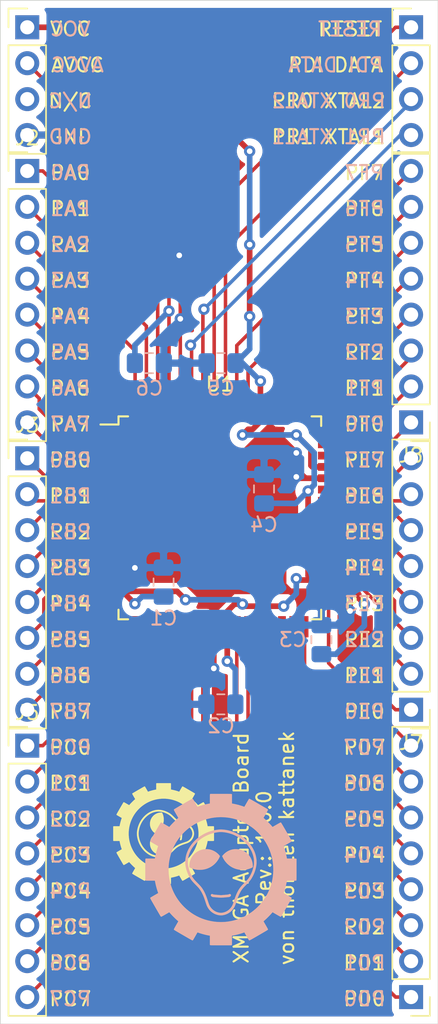
<source format=kicad_pcb>
(kicad_pcb (version 20171130) (host pcbnew 5.1.4+dfsg1-1)
  (title_block (title "XMEGA Adapter Board") (date 2020-06-24) (rev 1.0.0) (comment 1 "Erstellt von: Thorsten Kattanek"))
  (layers (0 F.Cu signal) (31 B.Cu signal hide) (34 B.Paste user hide) (35 F.Paste user hide) (36 B.SilkS user hide) (37 F.SilkS user) (38 B.Mask user hide) (39 F.Mask user) (44 Edge.Cuts user))
  (net 0 "")
  (net 1 GND)
  (net 2 PR1_XTAL1)
  (net 3 PR0_XTAL2)
  (net 4 PDI_DATA)
  (net 5 RESET)
  (net 6 AVCC)
  (net 7 VCC)
  (net 8 PA7)
  (net 9 PA6)
  (net 10 PA5)
  (net 11 PA4)
  (net 12 PA3)
  (net 13 PA2)
  (net 14 PA1)
  (net 15 PA0)
  (net 16 PB7)
  (net 17 PB6)
  (net 18 PB5)
  (net 19 PB4)
  (net 20 PB3)
  (net 21 PB2)
  (net 22 PB1)
  (net 23 PB0)
  (net 24 PC7)
  (net 25 PC6)
  (net 26 PC5)
  (net 27 PC4)
  (net 28 PC3)
  (net 29 PC2)
  (net 30 PC1)
  (net 31 PC0)
  (net 32 PD7)
  (net 33 PD6)
  (net 34 PD5)
  (net 35 PD4)
  (net 36 PD3)
  (net 37 PD2)
  (net 38 PD1)
  (net 39 PD0)
  (net 40 PE7)
  (net 41 PE6)
  (net 42 PE5)
  (net 43 PE4)
  (net 44 PE3)
  (net 45 PE2)
  (net 46 PE1)
  (net 47 PE0)
  (net 48 PF7)
  (net 49 PF6)
  (net 50 PF5)
  (net 51 PF4)
  (net 52 PF3)
  (net 53 PF2)
  (net 54 PF1)
  (net 55 PF0)
  (net 56 "Net-(J1-Pad3)")
  (module logos_tk:logo_01_10_7mm_fsilk (layer B.Cu) (at 201.676 125.984 180)
    (fp_text reference G*** hide)
    (fp_text value LOGO hide)
  )
  (module Capacitor_SMD:C_0805_2012Metric_Pad1.15x1.40mm_HandSolder (layer B.Cu) (at 204.724 99.069 90)
    (fp_text reference C4 (at -2.531 0) (layer B.SilkS) (effects (justify mirror)))
    (fp_text value 100n)
    (pad 2 smd roundrect (at 1.025 0 90) (size 1.15 1.4) (layers B.Cu B.Paste B.Mask) (roundrect_rratio 0.217391) (net 1 GND))
    (pad 1 smd roundrect (at -1.025 0 90) (size 1.15 1.4) (layers B.Cu B.Paste B.Mask) (roundrect_rratio 0.217391) (net 7 VCC))
  )
  (module Capacitor_SMD:C_0805_2012Metric_Pad1.15x1.40mm_HandSolder (layer B.Cu) (at 208.788 109.728 90)
    (fp_text reference C3 (at 0 -2.032 180) (layer B.SilkS) (effects (justify mirror)))
    (fp_text value 100n)
    (pad 2 smd roundrect (at 1.025 0 90) (size 1.15 1.4) (layers B.Cu B.Paste B.Mask) (roundrect_rratio 0.217391) (net 1 GND))
    (pad 1 smd roundrect (at -1.025 0 90) (size 1.15 1.4) (layers B.Cu B.Paste B.Mask) (roundrect_rratio 0.217391) (net 7 VCC))
  )
  (module Capacitor_SMD:C_0805_2012Metric_Pad1.15x1.40mm_HandSolder (layer B.Cu) (at 201.667 114.3 180)
    (fp_text reference C2 (at -0.009 -1.524) (layer B.SilkS) (effects (justify mirror)))
    (fp_text value 100n)
    (pad 2 smd roundrect (at 1.025 0 180) (size 1.15 1.4) (layers B.Cu B.Paste B.Mask) (roundrect_rratio 0.217391) (net 1 GND))
    (pad 1 smd roundrect (at -1.025 0 180) (size 1.15 1.4) (layers B.Cu B.Paste B.Mask) (roundrect_rratio 0.217391) (net 7 VCC))
  )
  (module Capacitor_SMD:C_0805_2012Metric_Pad1.15x1.40mm_HandSolder (layer B.Cu) (at 197.612 105.655 90)
    (fp_text reference C1 (at -2.549 0) (layer B.SilkS) (effects (justify mirror)))
    (fp_text value 100n)
    (pad 2 smd roundrect (at 1.025 0 90) (size 1.15 1.4) (layers B.Cu B.Paste B.Mask) (roundrect_rratio 0.217391) (net 1 GND))
    (pad 1 smd roundrect (at -1.025 0 90) (size 1.15 1.4) (layers B.Cu B.Paste B.Mask) (roundrect_rratio 0.217391) (net 7 VCC))
  )
  (module logos_tk:logo_01_7_1mm_fsilk (layer F.Cu) (at 197.612 123.444 90)
    (fp_text reference G*** hide)
    (fp_text value LOGO hide)
  )
  (module Capacitor_SMD:C_0805_2012Metric_Pad1.15x1.40mm_HandSolder (layer B.Cu) (at 196.605 90.17)
    (fp_text reference C6 (at 0 1.778) (layer B.SilkS) (effects (justify mirror)))
    (fp_text value 100n)
    (pad 2 smd roundrect (at 1.025 0) (size 1.15 1.4) (layers B.Cu B.Paste B.Mask) (roundrect_rratio 0.217391) (net 1 GND))
    (pad 1 smd roundrect (at -1.025 0) (size 1.15 1.4) (layers B.Cu B.Paste B.Mask) (roundrect_rratio 0.217391) (net 6 AVCC))
  )
  (module Capacitor_SMD:C_0805_2012Metric_Pad1.15x1.40mm_HandSolder (layer B.Cu) (at 201.685 90.17 180)
    (fp_text reference C5 (at 0.009 -1.778) (layer B.SilkS) (effects (justify mirror)))
    (fp_text value 100n)
    (pad 2 smd roundrect (at 1.025 0 180) (size 1.15 1.4) (layers B.Cu B.Paste B.Mask) (roundrect_rratio 0.217391) (net 1 GND))
    (pad 1 smd roundrect (at -1.025 0 180) (size 1.15 1.4) (layers B.Cu B.Paste B.Mask) (roundrect_rratio 0.217391) (net 7 VCC))
  )
  (module Connector_PinHeader_2.54mm:PinHeader_1x04_P2.54mm_Vertical (layer F.Cu) (at 215.138 66.421)
    (fp_text reference J4 hide)
    (fp_text value Conn_01x04)
    (pad 4 thru_hole oval (at 0 7.62) (size 1.7 1.7) (drill 1) (layers *.Cu *.Mask) (net 2 PR1_XTAL1))
    (pad 3 thru_hole oval (at 0 5.08) (size 1.7 1.7) (drill 1) (layers *.Cu *.Mask) (net 3 PR0_XTAL2))
    (pad 2 thru_hole oval (at 0 2.54) (size 1.7 1.7) (drill 1) (layers *.Cu *.Mask) (net 4 PDI_DATA))
    (pad 1 thru_hole rect (at 0 0) (size 1.7 1.7) (drill 1) (layers *.Cu *.Mask) (net 5 RESET))
  )
  (module Connector_PinHeader_2.54mm:PinHeader_1x04_P2.54mm_Vertical (layer F.Cu) (at 187.96 66.421)
    (fp_text reference J1 hide)
    (fp_text value Conn_01x04)
    (pad 4 thru_hole oval (at 0 7.62) (size 1.7 1.7) (drill 1) (layers *.Cu *.Mask) (net 1 GND))
    (pad 3 thru_hole oval (at 0 5.08) (size 1.7 1.7) (drill 1) (layers *.Cu *.Mask) (net 56 "Net-(J1-Pad3)"))
    (pad 2 thru_hole oval (at 0 2.54) (size 1.7 1.7) (drill 1) (layers *.Cu *.Mask) (net 6 AVCC))
    (pad 1 thru_hole rect (at 0 0) (size 1.7 1.7) (drill 1) (layers *.Cu *.Mask) (net 7 VCC))
  )
  (module Connector_PinHeader_2.54mm:PinHeader_1x08_P2.54mm_Vertical (layer F.Cu) (at 187.96 76.581)
    (fp_text reference J2 (at 0 -2.33) (layer F.SilkS))
    (fp_text value Conn_01x08)
    (pad 1 thru_hole rect (at 0 0) (size 1.7 1.7) (drill 1) (layers *.Cu *.Mask) (net 15 PA0))
    (pad 2 thru_hole oval (at 0 2.54) (size 1.7 1.7) (drill 1) (layers *.Cu *.Mask) (net 14 PA1))
    (pad 3 thru_hole oval (at 0 5.08) (size 1.7 1.7) (drill 1) (layers *.Cu *.Mask) (net 13 PA2))
    (pad 4 thru_hole oval (at 0 7.62) (size 1.7 1.7) (drill 1) (layers *.Cu *.Mask) (net 12 PA3))
    (pad 5 thru_hole oval (at 0 10.16) (size 1.7 1.7) (drill 1) (layers *.Cu *.Mask) (net 11 PA4))
    (pad 6 thru_hole oval (at 0 12.7) (size 1.7 1.7) (drill 1) (layers *.Cu *.Mask) (net 10 PA5))
    (pad 7 thru_hole oval (at 0 15.24) (size 1.7 1.7) (drill 1) (layers *.Cu *.Mask) (net 9 PA6))
    (pad 8 thru_hole oval (at 0 17.78) (size 1.7 1.7) (drill 1) (layers *.Cu *.Mask) (net 8 PA7))
  )
  (module Connector_PinHeader_2.54mm:PinHeader_1x08_P2.54mm_Vertical (layer F.Cu) (at 187.96 96.901)
    (fp_text reference J3 (at 0 -2.33) (layer F.SilkS))
    (fp_text value Conn_01x08)
    (pad 8 thru_hole oval (at 0 17.78) (size 1.7 1.7) (drill 1) (layers *.Cu *.Mask) (net 16 PB7))
    (pad 7 thru_hole oval (at 0 15.24) (size 1.7 1.7) (drill 1) (layers *.Cu *.Mask) (net 17 PB6))
    (pad 6 thru_hole oval (at 0 12.7) (size 1.7 1.7) (drill 1) (layers *.Cu *.Mask) (net 18 PB5))
    (pad 5 thru_hole oval (at 0 10.16) (size 1.7 1.7) (drill 1) (layers *.Cu *.Mask) (net 19 PB4))
    (pad 4 thru_hole oval (at 0 7.62) (size 1.7 1.7) (drill 1) (layers *.Cu *.Mask) (net 20 PB3))
    (pad 3 thru_hole oval (at 0 5.08) (size 1.7 1.7) (drill 1) (layers *.Cu *.Mask) (net 21 PB2))
    (pad 2 thru_hole oval (at 0 2.54) (size 1.7 1.7) (drill 1) (layers *.Cu *.Mask) (net 22 PB1))
    (pad 1 thru_hole rect (at 0 0) (size 1.7 1.7) (drill 1) (layers *.Cu *.Mask) (net 23 PB0))
  )
  (module Connector_PinHeader_2.54mm:PinHeader_1x08_P2.54mm_Vertical (layer F.Cu) (at 187.96 117.221)
    (fp_text reference J5 (at 0 -2.33) (layer F.SilkS))
    (fp_text value Conn_01x08)
    (pad 1 thru_hole rect (at 0 0) (size 1.7 1.7) (drill 1) (layers *.Cu *.Mask) (net 31 PC0))
    (pad 2 thru_hole oval (at 0 2.54) (size 1.7 1.7) (drill 1) (layers *.Cu *.Mask) (net 30 PC1))
    (pad 3 thru_hole oval (at 0 5.08) (size 1.7 1.7) (drill 1) (layers *.Cu *.Mask) (net 29 PC2))
    (pad 4 thru_hole oval (at 0 7.62) (size 1.7 1.7) (drill 1) (layers *.Cu *.Mask) (net 28 PC3))
    (pad 5 thru_hole oval (at 0 10.16) (size 1.7 1.7) (drill 1) (layers *.Cu *.Mask) (net 27 PC4))
    (pad 6 thru_hole oval (at 0 12.7) (size 1.7 1.7) (drill 1) (layers *.Cu *.Mask) (net 26 PC5))
    (pad 7 thru_hole oval (at 0 15.24) (size 1.7 1.7) (drill 1) (layers *.Cu *.Mask) (net 25 PC6))
    (pad 8 thru_hole oval (at 0 17.78) (size 1.7 1.7) (drill 1) (layers *.Cu *.Mask) (net 24 PC7))
  )
  (module Connector_PinHeader_2.54mm:PinHeader_1x08_P2.54mm_Vertical (layer F.Cu) (at 215.138 135.001 180)
    (fp_text reference J6 hide)
    (fp_text value Conn_01x08)
    (pad 8 thru_hole oval (at 0 17.78 180) (size 1.7 1.7) (drill 1) (layers *.Cu *.Mask) (net 32 PD7))
    (pad 7 thru_hole oval (at 0 15.24 180) (size 1.7 1.7) (drill 1) (layers *.Cu *.Mask) (net 33 PD6))
    (pad 6 thru_hole oval (at 0 12.7 180) (size 1.7 1.7) (drill 1) (layers *.Cu *.Mask) (net 34 PD5))
    (pad 5 thru_hole oval (at 0 10.16 180) (size 1.7 1.7) (drill 1) (layers *.Cu *.Mask) (net 35 PD4))
    (pad 4 thru_hole oval (at 0 7.62 180) (size 1.7 1.7) (drill 1) (layers *.Cu *.Mask) (net 36 PD3))
    (pad 3 thru_hole oval (at 0 5.08 180) (size 1.7 1.7) (drill 1) (layers *.Cu *.Mask) (net 37 PD2))
    (pad 2 thru_hole oval (at 0 2.54 180) (size 1.7 1.7) (drill 1) (layers *.Cu *.Mask) (net 38 PD1))
    (pad 1 thru_hole rect (at 0 0 180) (size 1.7 1.7) (drill 1) (layers *.Cu *.Mask) (net 39 PD0))
  )
  (module Connector_PinHeader_2.54mm:PinHeader_1x08_P2.54mm_Vertical (layer F.Cu) (at 215.138 114.681 180)
    (fp_text reference J7 (at 0 -2.33) (layer F.SilkS))
    (fp_text value Conn_01x08)
    (pad 1 thru_hole rect (at 0 0 180) (size 1.7 1.7) (drill 1) (layers *.Cu *.Mask) (net 47 PE0))
    (pad 2 thru_hole oval (at 0 2.54 180) (size 1.7 1.7) (drill 1) (layers *.Cu *.Mask) (net 46 PE1))
    (pad 3 thru_hole oval (at 0 5.08 180) (size 1.7 1.7) (drill 1) (layers *.Cu *.Mask) (net 45 PE2))
    (pad 4 thru_hole oval (at 0 7.62 180) (size 1.7 1.7) (drill 1) (layers *.Cu *.Mask) (net 44 PE3))
    (pad 5 thru_hole oval (at 0 10.16 180) (size 1.7 1.7) (drill 1) (layers *.Cu *.Mask) (net 43 PE4))
    (pad 6 thru_hole oval (at 0 12.7 180) (size 1.7 1.7) (drill 1) (layers *.Cu *.Mask) (net 42 PE5))
    (pad 7 thru_hole oval (at 0 15.24 180) (size 1.7 1.7) (drill 1) (layers *.Cu *.Mask) (net 41 PE6))
    (pad 8 thru_hole oval (at 0 17.78 180) (size 1.7 1.7) (drill 1) (layers *.Cu *.Mask) (net 40 PE7))
  )
  (module Connector_PinHeader_2.54mm:PinHeader_1x08_P2.54mm_Vertical (layer F.Cu) (at 215.138 94.361 180)
    (fp_text reference J8 (at 0 -2.33) (layer F.SilkS))
    (fp_text value Conn_01x08)
    (pad 8 thru_hole oval (at 0 17.78 180) (size 1.7 1.7) (drill 1) (layers *.Cu *.Mask) (net 48 PF7))
    (pad 7 thru_hole oval (at 0 15.24 180) (size 1.7 1.7) (drill 1) (layers *.Cu *.Mask) (net 49 PF6))
    (pad 6 thru_hole oval (at 0 12.7 180) (size 1.7 1.7) (drill 1) (layers *.Cu *.Mask) (net 50 PF5))
    (pad 5 thru_hole oval (at 0 10.16 180) (size 1.7 1.7) (drill 1) (layers *.Cu *.Mask) (net 51 PF4))
    (pad 4 thru_hole oval (at 0 7.62 180) (size 1.7 1.7) (drill 1) (layers *.Cu *.Mask) (net 52 PF3))
    (pad 3 thru_hole oval (at 0 5.08 180) (size 1.7 1.7) (drill 1) (layers *.Cu *.Mask) (net 53 PF2))
    (pad 2 thru_hole oval (at 0 2.54 180) (size 1.7 1.7) (drill 1) (layers *.Cu *.Mask) (net 54 PF1))
    (pad 1 thru_hole rect (at 0 0 180) (size 1.7 1.7) (drill 1) (layers *.Cu *.Mask) (net 55 PF0))
  )
  (module Package_QFP:TQFP-64_14x14mm_P0.8mm (layer F.Cu) (at 201.596 101.111)
    (fp_text reference U1 (at 0 -9.45) (layer F.SilkS))
    (fp_text value ATxmega256D3-AU)
    (pad 1 smd rect (at -7.7 -6) (size 1.5 0.55) (layers F.Cu F.Paste F.Mask) (net 12 PA3))
    (pad 2 smd rect (at -7.7 -5.2) (size 1.5 0.55) (layers F.Cu F.Paste F.Mask) (net 11 PA4))
    (pad 3 smd rect (at -7.7 -4.4) (size 1.5 0.55) (layers F.Cu F.Paste F.Mask) (net 10 PA5))
    (pad 4 smd rect (at -7.7 -3.6) (size 1.5 0.55) (layers F.Cu F.Paste F.Mask) (net 9 PA6))
    (pad 5 smd rect (at -7.7 -2.8) (size 1.5 0.55) (layers F.Cu F.Paste F.Mask) (net 8 PA7))
    (pad 6 smd rect (at -7.7 -2) (size 1.5 0.55) (layers F.Cu F.Paste F.Mask) (net 23 PB0))
    (pad 7 smd rect (at -7.7 -1.2) (size 1.5 0.55) (layers F.Cu F.Paste F.Mask) (net 22 PB1))
    (pad 8 smd rect (at -7.7 -0.4) (size 1.5 0.55) (layers F.Cu F.Paste F.Mask) (net 21 PB2))
    (pad 9 smd rect (at -7.7 0.4) (size 1.5 0.55) (layers F.Cu F.Paste F.Mask) (net 20 PB3))
    (pad 10 smd rect (at -7.7 1.2) (size 1.5 0.55) (layers F.Cu F.Paste F.Mask) (net 19 PB4))
    (pad 11 smd rect (at -7.7 2) (size 1.5 0.55) (layers F.Cu F.Paste F.Mask) (net 18 PB5))
    (pad 12 smd rect (at -7.7 2.8) (size 1.5 0.55) (layers F.Cu F.Paste F.Mask) (net 17 PB6))
    (pad 13 smd rect (at -7.7 3.6) (size 1.5 0.55) (layers F.Cu F.Paste F.Mask) (net 16 PB7))
    (pad 14 smd rect (at -7.7 4.4) (size 1.5 0.55) (layers F.Cu F.Paste F.Mask) (net 1 GND))
    (pad 15 smd rect (at -7.7 5.2) (size 1.5 0.55) (layers F.Cu F.Paste F.Mask) (net 7 VCC))
    (pad 16 smd rect (at -7.7 6) (size 1.5 0.55) (layers F.Cu F.Paste F.Mask) (net 31 PC0))
    (pad 17 smd rect (at -6 7.7 90) (size 1.5 0.55) (layers F.Cu F.Paste F.Mask) (net 30 PC1))
    (pad 18 smd rect (at -5.2 7.7 90) (size 1.5 0.55) (layers F.Cu F.Paste F.Mask) (net 29 PC2))
    (pad 19 smd rect (at -4.4 7.7 90) (size 1.5 0.55) (layers F.Cu F.Paste F.Mask) (net 28 PC3))
    (pad 20 smd rect (at -3.6 7.7 90) (size 1.5 0.55) (layers F.Cu F.Paste F.Mask) (net 27 PC4))
    (pad 21 smd rect (at -2.8 7.7 90) (size 1.5 0.55) (layers F.Cu F.Paste F.Mask) (net 26 PC5))
    (pad 22 smd rect (at -2 7.7 90) (size 1.5 0.55) (layers F.Cu F.Paste F.Mask) (net 25 PC6))
    (pad 23 smd rect (at -1.2 7.7 90) (size 1.5 0.55) (layers F.Cu F.Paste F.Mask) (net 24 PC7))
    (pad 24 smd rect (at -0.4 7.7 90) (size 1.5 0.55) (layers F.Cu F.Paste F.Mask) (net 1 GND))
    (pad 25 smd rect (at 0.4 7.7 90) (size 1.5 0.55) (layers F.Cu F.Paste F.Mask) (net 7 VCC))
    (pad 26 smd rect (at 1.2 7.7 90) (size 1.5 0.55) (layers F.Cu F.Paste F.Mask) (net 39 PD0))
    (pad 27 smd rect (at 2 7.7 90) (size 1.5 0.55) (layers F.Cu F.Paste F.Mask) (net 38 PD1))
    (pad 28 smd rect (at 2.8 7.7 90) (size 1.5 0.55) (layers F.Cu F.Paste F.Mask) (net 37 PD2))
    (pad 29 smd rect (at 3.6 7.7 90) (size 1.5 0.55) (layers F.Cu F.Paste F.Mask) (net 36 PD3))
    (pad 30 smd rect (at 4.4 7.7 90) (size 1.5 0.55) (layers F.Cu F.Paste F.Mask) (net 35 PD4))
    (pad 31 smd rect (at 5.2 7.7 90) (size 1.5 0.55) (layers F.Cu F.Paste F.Mask) (net 34 PD5))
    (pad 32 smd rect (at 6 7.7 90) (size 1.5 0.55) (layers F.Cu F.Paste F.Mask) (net 33 PD6))
    (pad 33 smd rect (at 7.7 6) (size 1.5 0.55) (layers F.Cu F.Paste F.Mask) (net 32 PD7))
    (pad 34 smd rect (at 7.7 5.2) (size 1.5 0.55) (layers F.Cu F.Paste F.Mask) (net 1 GND))
    (pad 35 smd rect (at 7.7 4.4) (size 1.5 0.55) (layers F.Cu F.Paste F.Mask) (net 7 VCC))
    (pad 36 smd rect (at 7.7 3.6) (size 1.5 0.55) (layers F.Cu F.Paste F.Mask) (net 47 PE0))
    (pad 37 smd rect (at 7.7 2.8) (size 1.5 0.55) (layers F.Cu F.Paste F.Mask) (net 46 PE1))
    (pad 38 smd rect (at 7.7 2) (size 1.5 0.55) (layers F.Cu F.Paste F.Mask) (net 45 PE2))
    (pad 39 smd rect (at 7.7 1.2) (size 1.5 0.55) (layers F.Cu F.Paste F.Mask) (net 44 PE3))
    (pad 40 smd rect (at 7.7 0.4) (size 1.5 0.55) (layers F.Cu F.Paste F.Mask) (net 43 PE4))
    (pad 41 smd rect (at 7.7 -0.4) (size 1.5 0.55) (layers F.Cu F.Paste F.Mask) (net 42 PE5))
    (pad 42 smd rect (at 7.7 -1.2) (size 1.5 0.55) (layers F.Cu F.Paste F.Mask) (net 41 PE6))
    (pad 43 smd rect (at 7.7 -2) (size 1.5 0.55) (layers F.Cu F.Paste F.Mask) (net 40 PE7))
    (pad 44 smd rect (at 7.7 -2.8) (size 1.5 0.55) (layers F.Cu F.Paste F.Mask) (net 1 GND))
    (pad 45 smd rect (at 7.7 -3.6) (size 1.5 0.55) (layers F.Cu F.Paste F.Mask) (net 7 VCC))
    (pad 46 smd rect (at 7.7 -4.4) (size 1.5 0.55) (layers F.Cu F.Paste F.Mask) (net 55 PF0))
    (pad 47 smd rect (at 7.7 -5.2) (size 1.5 0.55) (layers F.Cu F.Paste F.Mask) (net 54 PF1))
    (pad 48 smd rect (at 7.7 -6) (size 1.5 0.55) (layers F.Cu F.Paste F.Mask) (net 53 PF2))
    (pad 49 smd rect (at 6 -7.7 90) (size 1.5 0.55) (layers F.Cu F.Paste F.Mask) (net 52 PF3))
    (pad 50 smd rect (at 5.2 -7.7 90) (size 1.5 0.55) (layers F.Cu F.Paste F.Mask) (net 51 PF4))
    (pad 51 smd rect (at 4.4 -7.7 90) (size 1.5 0.55) (layers F.Cu F.Paste F.Mask) (net 50 PF5))
    (pad 52 smd rect (at 3.6 -7.7 90) (size 1.5 0.55) (layers F.Cu F.Paste F.Mask) (net 1 GND))
    (pad 53 smd rect (at 2.8 -7.7 90) (size 1.5 0.55) (layers F.Cu F.Paste F.Mask) (net 7 VCC))
    (pad 54 smd rect (at 2 -7.7 90) (size 1.5 0.55) (layers F.Cu F.Paste F.Mask) (net 49 PF6))
    (pad 55 smd rect (at 1.2 -7.7 90) (size 1.5 0.55) (layers F.Cu F.Paste F.Mask) (net 48 PF7))
    (pad 56 smd rect (at 0.4 -7.7 90) (size 1.5 0.55) (layers F.Cu F.Paste F.Mask) (net 4 PDI_DATA))
    (pad 57 smd rect (at -0.4 -7.7 90) (size 1.5 0.55) (layers F.Cu F.Paste F.Mask) (net 5 RESET))
    (pad 58 smd rect (at -1.2 -7.7 90) (size 1.5 0.55) (layers F.Cu F.Paste F.Mask) (net 3 PR0_XTAL2))
    (pad 59 smd rect (at -2 -7.7 90) (size 1.5 0.55) (layers F.Cu F.Paste F.Mask) (net 2 PR1_XTAL1))
    (pad 60 smd rect (at -2.8 -7.7 90) (size 1.5 0.55) (layers F.Cu F.Paste F.Mask) (net 1 GND))
    (pad 61 smd rect (at -3.6 -7.7 90) (size 1.5 0.55) (layers F.Cu F.Paste F.Mask) (net 6 AVCC))
    (pad 62 smd rect (at -4.4 -7.7 90) (size 1.5 0.55) (layers F.Cu F.Paste F.Mask) (net 15 PA0))
    (pad 63 smd rect (at -5.2 -7.7 90) (size 1.5 0.55) (layers F.Cu F.Paste F.Mask) (net 14 PA1))
    (pad 64 smd rect (at -6 -7.7 90) (size 1.5 0.55) (layers F.Cu F.Paste F.Mask) (net 13 PA2))
  )
  (gr_text PC7 (at 191.008 135.128) (layer B.SilkS) (effects (font (size 1 1)) (justify mirror)))
  (gr_text PC6 (at 191.008 132.588) (layer B.SilkS) (effects (font (size 1 1)) (justify mirror)))
  (gr_text PC5 (at 191.008 130.048) (layer B.SilkS) (effects (font (size 1 1)) (justify mirror)))
  (gr_text PC4 (at 191.008 127.508) (layer B.SilkS) (effects (font (size 1 1)) (justify mirror)))
  (gr_text PC3 (at 191.008 124.968) (layer B.SilkS) (effects (font (size 1 1)) (justify mirror)))
  (gr_text PC2 (at 191.008 122.428) (layer B.SilkS) (effects (font (size 1 1)) (justify mirror)))
  (gr_text PC1 (at 191.008 119.888) (layer B.SilkS) (effects (font (size 1 1)) (justify mirror)))
  (gr_text PC0 (at 191.008 117.348) (layer B.SilkS) (effects (font (size 1 1)) (justify mirror)))
  (gr_text PB7 (at 191.008 114.808) (layer B.SilkS) (effects (font (size 1 1)) (justify mirror)))
  (gr_text PB6 (at 191.008 112.268) (layer B.SilkS) (effects (font (size 1 1)) (justify mirror)))
  (gr_text PB5 (at 191.008 109.728) (layer B.SilkS) (effects (font (size 1 1)) (justify mirror)))
  (gr_text PB4 (at 191.008 107.188) (layer B.SilkS) (effects (font (size 1 1)) (justify mirror)))
  (gr_text PB3 (at 191.008 104.648) (layer B.SilkS) (effects (font (size 1 1)) (justify mirror)))
  (gr_text PB2 (at 191.008 102.108) (layer B.SilkS) (effects (font (size 1 1)) (justify mirror)))
  (gr_text PB1 (at 191.008 99.568) (layer B.SilkS) (effects (font (size 1 1)) (justify mirror)))
  (gr_text PB0 (at 191.008 97.028) (layer B.SilkS) (effects (font (size 1 1)) (justify mirror)))
  (gr_text PA7 (at 191.008 94.488) (layer B.SilkS) (effects (font (size 1 1)) (justify mirror)))
  (gr_text PA6 (at 191.008 91.948) (layer B.SilkS) (effects (font (size 1 1)) (justify mirror)))
  (gr_text PA5 (at 191.008 89.408) (layer B.SilkS) (effects (font (size 1 1)) (justify mirror)))
  (gr_text PA4 (at 191.008 86.868) (layer B.SilkS) (effects (font (size 1 1)) (justify mirror)))
  (gr_text PA3 (at 191.008 84.328) (layer B.SilkS) (effects (font (size 1 1)) (justify mirror)))
  (gr_text PA2 (at 191.008 81.788) (layer B.SilkS) (effects (font (size 1 1)) (justify mirror)))
  (gr_text PA1 (at 191.008 79.248) (layer B.SilkS) (effects (font (size 1 1)) (justify mirror)))
  (gr_text PA0 (at 191.008 76.708) (layer B.SilkS) (effects (font (size 1 1)) (justify mirror)))
  (gr_text GND (at 191.008 74.168) (layer B.SilkS) (effects (font (size 1 1)) (justify mirror)))
  (gr_text N/C (at 191.008 71.628) (layer B.SilkS) (effects (font (size 1 1)) (justify mirror)))
  (gr_text AVCC (at 191.516 69.088) (layer B.SilkS) (effects (font (size 1 1)) (justify mirror)))
  (gr_text VCC (at 191.008 66.548) (layer B.SilkS) (effects (font (size 1 1)) (justify mirror)))
  (gr_text PD0 (at 211.836 135.128) (layer B.SilkS) (effects (font (size 1 1)) (justify mirror)))
  (gr_text "PD1\n" (at 211.836 132.588) (layer B.SilkS) (effects (font (size 1 1)) (justify mirror)))
  (gr_text PD2 (at 211.836 130.048) (layer B.SilkS) (effects (font (size 1 1)) (justify mirror)))
  (gr_text PD3 (at 211.836 127.508) (layer B.SilkS) (effects (font (size 1 1)) (justify mirror)))
  (gr_text PD4 (at 211.836 124.968) (layer B.SilkS) (effects (font (size 1 1)) (justify mirror)))
  (gr_text PD5 (at 211.836 122.428) (layer B.SilkS) (effects (font (size 1 1)) (justify mirror)))
  (gr_text PD6 (at 211.836 119.888) (layer B.SilkS) (effects (font (size 1 1)) (justify mirror)))
  (gr_text PD7 (at 211.836 117.348) (layer B.SilkS) (effects (font (size 1 1)) (justify mirror)))
  (gr_text PE0 (at 211.836 114.808) (layer B.SilkS) (effects (font (size 1 1)) (justify mirror)))
  (gr_text PE3 (at 211.836 107.188) (layer B.SilkS) (effects (font (size 1 1)) (justify mirror)))
  (gr_text PE2 (at 211.836 109.728) (layer B.SilkS) (effects (font (size 1 1)) (justify mirror)))
  (gr_text PE1 (at 211.836 112.268) (layer B.SilkS) (effects (font (size 1 1)) (justify mirror)))
  (gr_text PE4 (at 211.836 104.648) (layer B.SilkS) (effects (font (size 1 1)) (justify mirror)))
  (gr_text PE5 (at 211.836 102.108) (layer B.SilkS) (effects (font (size 1 1)) (justify mirror)))
  (gr_text PE6 (at 211.836 99.568) (layer B.SilkS) (effects (font (size 1 1)) (justify mirror)))
  (gr_text PE7 (at 211.836 97.028) (layer B.SilkS) (effects (font (size 1 1)) (justify mirror)))
  (gr_text PF0 (at 211.836 94.488) (layer B.SilkS) (effects (font (size 1 1)) (justify mirror)))
  (gr_text PF1 (at 211.836 91.948) (layer B.SilkS) (effects (font (size 1 1)) (justify mirror)))
  (gr_text PF2 (at 211.836 89.408) (layer B.SilkS) (effects (font (size 1 1)) (justify mirror)))
  (gr_text "PF3\n" (at 211.836 86.868) (layer B.SilkS) (effects (font (size 1 1)) (justify mirror)))
  (gr_text PF4 (at 211.836 84.328) (layer B.SilkS) (effects (font (size 1 1)) (justify mirror)))
  (gr_text PF5 (at 211.836 81.788) (layer B.SilkS) (effects (font (size 1 1)) (justify mirror)))
  (gr_text PF6 (at 211.836 79.248) (layer B.SilkS) (effects (font (size 1 1)) (justify mirror)))
  (gr_text PF7 (at 211.836 76.708) (layer B.SilkS) (effects (font (size 1 1)) (justify mirror)))
  (gr_text "PR1 XTAL1" (at 209.296 74.168) (layer B.SilkS) (effects (font (size 1 1)) (justify mirror)))
  (gr_text "PR0 XTAL2\n" (at 209.296 71.628) (layer B.SilkS) (effects (font (size 1 1)) (justify mirror)))
  (gr_text "PDI DATA" (at 209.804 69.088) (layer B.SilkS) (effects (font (size 1 1)) (justify mirror)))
  (gr_text RESET (at 210.82 66.548) (layer B.SilkS) (effects (font (size 1 1)) (justify mirror)))
  (gr_text "XMEGA Adapter Board\nRev.: 1.0.0\nvon thorsten kattanek" (at 204.724 124.46 90) (layer F.SilkS) (effects (font (size 1 1))))
  (gr_text PD0 (at 211.836 135.128) (layer F.SilkS) (effects (font (size 1 1))))
  (gr_text PD1 (at 211.836 132.588) (layer F.SilkS) (effects (font (size 1 1))))
  (gr_text PD2 (at 211.836 130.048) (layer F.SilkS) (effects (font (size 1 1))))
  (gr_text PD3 (at 211.836 127.508) (layer F.SilkS) (effects (font (size 1 1))))
  (gr_text PD4 (at 211.836 124.968) (layer F.SilkS) (effects (font (size 1 1))))
  (gr_text PD5 (at 211.836 122.428) (layer F.SilkS) (effects (font (size 1 1))))
  (gr_text "PD6\n" (at 211.836 119.888) (layer F.SilkS) (effects (font (size 1 1))))
  (gr_text PD7 (at 211.836 117.348) (layer F.SilkS) (effects (font (size 1 1))))
  (gr_text PE0 (at 211.836 114.808) (layer F.SilkS) (effects (font (size 1 1))))
  (gr_text PE1 (at 211.836 112.268) (layer F.SilkS) (effects (font (size 1 1))))
  (gr_text PE2 (at 211.836 109.728) (layer F.SilkS) (effects (font (size 1 1))))
  (gr_text PE3 (at 211.836 107.188) (layer F.SilkS) (effects (font (size 1 1))))
  (gr_text PE4 (at 211.836 104.648) (layer F.SilkS) (effects (font (size 1 1))))
  (gr_text PE5 (at 211.836 102.108) (layer F.SilkS) (effects (font (size 1 1))))
  (gr_text PE6 (at 211.836 99.568) (layer F.SilkS) (effects (font (size 1 1))))
  (gr_text PE7 (at 211.836 97.028) (layer F.SilkS) (effects (font (size 1 1))))
  (gr_text PF0 (at 211.836 94.488) (layer F.SilkS) (effects (font (size 1 1))))
  (gr_text PF1 (at 211.836 91.948) (layer F.SilkS) (effects (font (size 1 1))))
  (gr_text PF2 (at 211.836 89.408) (layer F.SilkS) (effects (font (size 1 1))))
  (gr_text PF3 (at 211.836 86.868) (layer F.SilkS) (effects (font (size 1 1))))
  (gr_text PF4 (at 211.836 84.328) (layer F.SilkS) (effects (font (size 1 1))))
  (gr_text PF5 (at 211.836 81.788) (layer F.SilkS) (effects (font (size 1 1))))
  (gr_text PF6 (at 211.836 79.248) (layer F.SilkS) (effects (font (size 1 1))))
  (gr_text PF7 (at 211.836 76.708) (layer F.SilkS) (effects (font (size 1 1))))
  (gr_text "PR1 XTAL1" (at 209.296 74.168) (layer F.SilkS) (effects (font (size 1 1))))
  (gr_text "PR0 XTAL2" (at 209.296 71.628) (layer F.SilkS) (effects (font (size 1 1))))
  (gr_text "PDI DATA" (at 209.804 69.088) (layer F.SilkS) (effects (font (size 1 1))))
  (gr_text RESET (at 210.82 66.548) (layer F.SilkS) (effects (font (size 1 1))))
  (gr_text PC7 (at 191.008 135.128) (layer F.SilkS) (effects (font (size 1 1))))
  (gr_text PC6 (at 191.008 132.588) (layer F.SilkS) (effects (font (size 1 1))))
  (gr_text PC5 (at 191.008 130.048) (layer F.SilkS) (effects (font (size 1 1))))
  (gr_text PC4 (at 191.008 127.508) (layer F.SilkS) (effects (font (size 1 1))))
  (gr_text PC3 (at 191.008 124.968) (layer F.SilkS) (effects (font (size 1 1))))
  (gr_text "PC2\n" (at 191.008 122.428) (layer F.SilkS) (effects (font (size 1 1))))
  (gr_text PC1 (at 191.008 119.888) (layer F.SilkS) (effects (font (size 1 1))))
  (gr_text PC0 (at 191.008 117.348) (layer F.SilkS) (effects (font (size 1 1))))
  (gr_text PB7 (at 191.008 114.808) (layer F.SilkS) (effects (font (size 1 1))))
  (gr_text PB6 (at 191.008 112.268) (layer F.SilkS) (effects (font (size 1 1))))
  (gr_text PB5 (at 191.008 109.728) (layer F.SilkS) (effects (font (size 1 1))))
  (gr_text PB4 (at 191.008 107.188) (layer F.SilkS) (effects (font (size 1 1))))
  (gr_text PB3 (at 191.008 104.648) (layer F.SilkS) (effects (font (size 1 1))))
  (gr_text PB2 (at 191.008 102.108) (layer F.SilkS) (effects (font (size 1 1))))
  (gr_text PB1 (at 191.008 99.568) (layer F.SilkS) (effects (font (size 1 1))))
  (gr_text PB0 (at 191.008 97.028) (layer F.SilkS) (effects (font (size 1 1))))
  (gr_text PA7 (at 191.008 94.488) (layer F.SilkS) (effects (font (size 1 1))))
  (gr_text PA6 (at 191.008 91.948) (layer F.SilkS) (effects (font (size 1 1))))
  (gr_text PA5 (at 191.008 89.408) (layer F.SilkS) (effects (font (size 1 1))))
  (gr_text PA4 (at 191.008 86.868) (layer F.SilkS) (effects (font (size 1 1))))
  (gr_text PA3 (at 191.008 84.328) (layer F.SilkS) (effects (font (size 1 1))))
  (gr_text PA2 (at 191.008 81.788) (layer F.SilkS) (effects (font (size 1 1))))
  (gr_text PA1 (at 191.008 79.248) (layer F.SilkS) (effects (font (size 1 1))))
  (gr_text PA0 (at 191.008 76.708) (layer F.SilkS) (effects (font (size 1 1))))
  (gr_text GND (at 191.008 74.168) (layer F.SilkS) (effects (font (size 1 1))))
  (gr_text N/C (at 191.008 71.628) (layer F.SilkS) (effects (font (size 1 1))))
  (gr_text AVCC (at 191.516 69.088) (layer F.SilkS) (effects (font (size 1 1))))
  (gr_text VCC (at 191.008 66.548) (layer F.SilkS) (effects (font (size 1 1))))
  (gr_line (start 186.055 136.906) (end 186.055 64.516) (layer Edge.Cuts) (width 0.05))
  (gr_line (start 217.043 136.906) (end 186.055 136.906) (layer Edge.Cuts) (width 0.05))
  (gr_line (start 217.043 64.516) (end 217.043 136.906) (layer Edge.Cuts) (width 0.05))
  (gr_line (start 186.055 64.516) (end 217.043 64.516) (layer Edge.Cuts) (width 0.05))
  (via (at 198.721 82.55) (size 0.8) (drill 0.4) (layers F.Cu B.Cu) (net 1))
  (segment (start 198.796 82.625) (end 198.721 82.55) (width 0.25) (layer F.Cu) (net 1))
  (segment (start 190.212 74.041) (end 187.96 74.041) (width 0.25) (layer B.Cu) (net 1))
  (segment (start 198.721 82.55) (end 190.212 74.041) (width 0.25) (layer B.Cu) (net 1))
  (segment (start 199.046 105.511) (end 201.196 107.661) (width 0.4) (layer F.Cu) (net 1))
  (segment (start 193.896 105.511) (end 199.046 105.511) (width 0.4) (layer F.Cu) (net 1))
  (segment (start 201.196 107.661) (end 201.196 108.811) (width 0.4) (layer F.Cu) (net 1))
  (segment (start 202.546 106.311) (end 201.196 107.661) (width 0.4) (layer F.Cu) (net 1))
  (segment (start 209.296 106.311) (end 202.546 106.311) (width 0.4) (layer F.Cu) (net 1))
  (segment (start 198.796 93.411) (end 198.796 95.926) (width 0.4) (layer F.Cu) (net 1))
  (segment (start 198.796 95.926) (end 199.39 96.52) (width 0.4) (layer F.Cu) (net 1))
  (segment (start 205.196 94.561) (end 205.196 93.411) (width 0.4) (layer F.Cu) (net 1))
  (segment (start 203.237 96.52) (end 205.196 94.561) (width 0.4) (layer F.Cu) (net 1))
  (segment (start 199.39 96.52) (end 203.237 96.52) (width 0.4) (layer F.Cu) (net 1))
  (via (at 207.01 98.215001) (size 0.8) (drill 0.4) (layers F.Cu B.Cu) (net 1))
  (segment (start 209.296 98.311) (end 207.105999 98.311) (width 0.4) (layer F.Cu) (net 1))
  (segment (start 207.105999 98.311) (end 207.01 98.215001) (width 0.4) (layer F.Cu) (net 1))
  (via (at 207.01 96.52) (size 0.8) (drill 0.4) (layers F.Cu B.Cu) (net 1))
  (segment (start 207.01 98.215001) (end 207.01 96.52) (width 0.4) (layer B.Cu) (net 1))
  (segment (start 205.196 94.706) (end 205.196 94.561) (width 0.4) (layer F.Cu) (net 1))
  (segment (start 207.01 96.52) (end 205.196 94.706) (width 0.4) (layer F.Cu) (net 1))
  (segment (start 206.610001 98.615) (end 207.01 98.215001) (width 0.4) (layer F.Cu) (net 1))
  (segment (start 206.109999 105.842001) (end 206.109999 99.115002) (width 0.4) (layer F.Cu) (net 1))
  (segment (start 206.109999 99.115002) (end 206.610001 98.615) (width 0.4) (layer F.Cu) (net 1))
  (segment (start 206.578998 106.311) (end 206.109999 105.842001) (width 0.4) (layer F.Cu) (net 1))
  (segment (start 209.296 106.311) (end 206.578998 106.311) (width 0.4) (layer F.Cu) (net 1))
  (segment (start 197.63 90.17) (end 200.66 90.17) (width 0.4) (layer B.Cu) (net 1))
  (via (at 198.796 87.036) (size 0.8) (drill 0.4) (layers F.Cu B.Cu) (net 1))
  (segment (start 198.796 93.411) (end 198.796 87.036) (width 0.25) (layer F.Cu) (net 1))
  (segment (start 197.63 88.202) (end 198.796 87.036) (width 0.4) (layer B.Cu) (net 1))
  (segment (start 197.63 90.17) (end 197.63 88.202) (width 0.4) (layer B.Cu) (net 1))
  (segment (start 198.796 87.036) (end 198.796 82.625) (width 0.25) (layer F.Cu) (net 1))
  (via (at 195.58 104.648) (size 0.8) (drill 0.4) (layers F.Cu B.Cu) (net 1))
  (segment (start 197.612 104.63) (end 195.598 104.63) (width 0.4) (layer B.Cu) (net 1))
  (segment (start 195.598 104.63) (end 195.58 104.648) (width 0.4) (layer B.Cu) (net 1))
  (segment (start 194.717 105.511) (end 193.896 105.511) (width 0.4) (layer F.Cu) (net 1))
  (segment (start 195.58 104.648) (end 194.717 105.511) (width 0.4) (layer F.Cu) (net 1))
  (segment (start 200.642 114.3) (end 200.642 112.286) (width 0.4) (layer B.Cu) (net 1))
  (via (at 201.168 111.76) (size 0.8) (drill 0.4) (layers F.Cu B.Cu) (net 1))
  (segment (start 200.642 112.286) (end 201.168 111.76) (width 0.4) (layer B.Cu) (net 1))
  (segment (start 201.168 108.839) (end 201.196 108.811) (width 0.4) (layer F.Cu) (net 1))
  (segment (start 201.168 111.76) (end 201.168 108.839) (width 0.4) (layer F.Cu) (net 1))
  (via (at 210.82 107.696) (size 0.8) (drill 0.4) (layers F.Cu B.Cu) (net 1))
  (segment (start 209.804 108.712) (end 210.82 107.696) (width 0.4) (layer B.Cu) (net 1))
  (segment (start 210.446 106.311) (end 209.296 106.311) (width 0.4) (layer F.Cu) (net 1))
  (segment (start 210.82 106.685) (end 210.446 106.311) (width 0.4) (layer F.Cu) (net 1))
  (segment (start 210.82 107.696) (end 210.82 106.685) (width 0.4) (layer F.Cu) (net 1))
  (segment (start 205.486 98.044) (end 207.01 96.52) (width 0.4) (layer B.Cu) (net 1))
  (segment (start 204.724 98.044) (end 205.486 98.044) (width 0.4) (layer B.Cu) (net 1))
  (via (at 199.521 88.9) (size 0.8) (drill 0.4) (layers F.Cu B.Cu) (net 2))
  (segment (start 199.596 93.411) (end 199.596 88.975) (width 0.25) (layer F.Cu) (net 2))
  (segment (start 199.596 88.975) (end 199.521 88.9) (width 0.25) (layer F.Cu) (net 2))
  (segment (start 214.38 74.041) (end 215.138 74.041) (width 0.25) (layer B.Cu) (net 2))
  (segment (start 199.521 88.9) (end 214.38 74.041) (width 0.25) (layer B.Cu) (net 2))
  (via (at 200.471 86.36) (size 0.8) (drill 0.4) (layers F.Cu B.Cu) (net 3))
  (segment (start 200.396 93.411) (end 200.396 86.435) (width 0.25) (layer F.Cu) (net 3))
  (segment (start 200.396 86.435) (end 200.471 86.36) (width 0.25) (layer F.Cu) (net 3))
  (segment (start 215.138 71.693) (end 215.138 71.501) (width 0.25) (layer B.Cu) (net 3))
  (segment (start 200.471 86.36) (end 215.138 71.693) (width 0.25) (layer B.Cu) (net 3))
  (segment (start 201.996 82.103) (end 215.138 68.961) (width 0.25) (layer F.Cu) (net 4))
  (segment (start 201.996 93.411) (end 201.996 82.103) (width 0.25) (layer F.Cu) (net 4))
  (segment (start 214.038 66.421) (end 215.138 66.421) (width 0.25) (layer F.Cu) (net 5))
  (segment (start 201.196 79.263) (end 214.038 66.421) (width 0.25) (layer F.Cu) (net 5))
  (segment (start 201.196 93.411) (end 201.196 79.263) (width 0.25) (layer F.Cu) (net 5))
  (segment (start 197.996 78.997) (end 187.96 68.961) (width 0.25) (layer F.Cu) (net 6))
  (via (at 197.996 86.484) (size 0.8) (drill 0.4) (layers F.Cu B.Cu) (net 6))
  (segment (start 195.58 88.9) (end 197.996 86.484) (width 0.4) (layer B.Cu) (net 6))
  (segment (start 195.58 90.17) (end 195.58 88.9) (width 0.4) (layer B.Cu) (net 6))
  (segment (start 197.996 93.411) (end 197.996 86.484) (width 0.25) (layer F.Cu) (net 6))
  (segment (start 197.996 86.484) (end 197.996 78.997) (width 0.25) (layer F.Cu) (net 6))
  (segment (start 209.195 105.41) (end 209.296 105.511) (width 0.25) (layer F.Cu) (net 7))
  (segment (start 209.175001 97.390001) (end 209.296 97.511) (width 0.25) (layer F.Cu) (net 7))
  (segment (start 208.045999 96.283205) (end 207.011397 95.248603) (width 0.4) (layer F.Cu) (net 7))
  (via (at 207.011397 95.248603) (size 0.8) (drill 0.4) (layers F.Cu B.Cu) (net 7))
  (segment (start 208.045999 97.410999) (end 208.045999 96.283205) (width 0.4) (layer F.Cu) (net 7))
  (segment (start 209.296 97.511) (end 208.146 97.511) (width 0.4) (layer F.Cu) (net 7))
  (segment (start 208.146 97.511) (end 208.045999 97.410999) (width 0.4) (layer F.Cu) (net 7))
  (via (at 203.2 95.25) (size 0.8) (drill 0.4) (layers F.Cu B.Cu) (net 7))
  (segment (start 207.011397 95.248603) (end 203.201397 95.248603) (width 0.4) (layer B.Cu) (net 7))
  (segment (start 203.201397 95.248603) (end 203.2 95.25) (width 0.4) (layer B.Cu) (net 7))
  (segment (start 204.396 94.371038) (end 204.396 93.411) (width 0.4) (layer F.Cu) (net 7))
  (segment (start 203.917037 94.850001) (end 204.396 94.371038) (width 0.4) (layer F.Cu) (net 7))
  (segment (start 203.599999 94.850001) (end 203.917037 94.850001) (width 0.4) (layer F.Cu) (net 7))
  (segment (start 203.2 95.25) (end 203.599999 94.850001) (width 0.4) (layer F.Cu) (net 7))
  (via (at 199.166103 106.903897) (size 0.8) (drill 0.4) (layers F.Cu B.Cu) (net 7))
  (segment (start 193.896 106.311) (end 198.573206 106.311) (width 0.4) (layer F.Cu) (net 7))
  (segment (start 198.573206 106.311) (end 199.166103 106.903897) (width 0.4) (layer F.Cu) (net 7))
  (via (at 203.2 107.211) (size 0.8) (drill 0.4) (layers F.Cu B.Cu) (net 7))
  (segment (start 199.166103 106.903897) (end 202.892897 106.903897) (width 0.4) (layer B.Cu) (net 7))
  (segment (start 202.892897 106.903897) (end 203.2 107.211) (width 0.4) (layer B.Cu) (net 7))
  (segment (start 201.996 107.850962) (end 201.996 108.811) (width 0.4) (layer F.Cu) (net 7))
  (segment (start 202.635962 107.211) (end 201.996 107.850962) (width 0.4) (layer F.Cu) (net 7))
  (segment (start 203.2 107.211) (end 202.635962 107.211) (width 0.4) (layer F.Cu) (net 7))
  (via (at 207.01 105.41) (size 0.8) (drill 0.4) (layers F.Cu B.Cu) (net 7))
  (segment (start 209.296 105.511) (end 207.111 105.511) (width 0.4) (layer F.Cu) (net 7))
  (segment (start 207.111 105.511) (end 207.01 105.41) (width 0.4) (layer F.Cu) (net 7))
  (segment (start 207.01 105.41) (end 207.01 106.469075) (width 0.4) (layer B.Cu) (net 7))
  (via (at 206.118077 107.360998) (size 0.8) (drill 0.4) (layers F.Cu B.Cu) (net 7))
  (segment (start 207.01 106.469075) (end 206.118077 107.360998) (width 0.4) (layer B.Cu) (net 7))
  (segment (start 203.349998 107.360998) (end 203.2 107.211) (width 0.4) (layer F.Cu) (net 7))
  (segment (start 206.118077 107.360998) (end 203.349998 107.360998) (width 0.4) (layer F.Cu) (net 7))
  (via (at 207.845998 99.211) (size 0.8) (drill 0.4) (layers F.Cu B.Cu) (net 7))
  (segment (start 207.845998 105.210998) (end 207.845998 99.211) (width 0.4) (layer F.Cu) (net 7))
  (segment (start 209.296 105.511) (end 208.146 105.511) (width 0.4) (layer F.Cu) (net 7))
  (segment (start 208.146 105.511) (end 207.845998 105.210998) (width 0.4) (layer F.Cu) (net 7))
  (segment (start 207.845998 99.211) (end 208.28 98.776998) (width 0.4) (layer B.Cu) (net 7))
  (via (at 207.011397 95.248603) (size 0.8) (drill 0.4) (layers F.Cu B.Cu) (net 7))
  (segment (start 208.28 98.776998) (end 208.28 96.517206) (width 0.4) (layer B.Cu) (net 7))
  (segment (start 208.28 96.517206) (end 207.011397 95.248603) (width 0.4) (layer B.Cu) (net 7))
  (via (at 204.47 91.44) (size 0.8) (drill 0.4) (layers F.Cu B.Cu) (net 7))
  (segment (start 202.71 90.17) (end 203.2 90.17) (width 0.4) (layer B.Cu) (net 7))
  (segment (start 203.2 90.17) (end 204.47 91.44) (width 0.4) (layer B.Cu) (net 7))
  (segment (start 204.47 93.337) (end 204.396 93.411) (width 0.4) (layer F.Cu) (net 7))
  (segment (start 204.47 91.44) (end 204.47 93.337) (width 0.4) (layer F.Cu) (net 7))
  (via (at 203.708 75.184) (size 0.8) (drill 0.4) (layers F.Cu B.Cu) (net 7))
  (segment (start 187.96 66.421) (end 194.945 66.421) (width 0.4) (layer F.Cu) (net 7))
  (segment (start 194.945 66.421) (end 203.708 75.184) (width 0.4) (layer F.Cu) (net 7))
  (via (at 203.708 81.788) (size 0.8) (drill 0.4) (layers F.Cu B.Cu) (net 7))
  (segment (start 203.708 75.184) (end 203.708 81.788) (width 0.4) (layer B.Cu) (net 7))
  (via (at 203.708 86.868) (size 0.8) (drill 0.4) (layers F.Cu B.Cu) (net 7))
  (segment (start 203.708 81.788) (end 203.708 86.868) (width 0.4) (layer F.Cu) (net 7))
  (segment (start 203.708 89.172) (end 202.71 90.17) (width 0.4) (layer B.Cu) (net 7))
  (segment (start 203.708 86.868) (end 203.708 89.172) (width 0.4) (layer B.Cu) (net 7))
  (via (at 195.58 107.188) (size 0.8) (drill 0.4) (layers F.Cu B.Cu) (net 7))
  (segment (start 197.612 106.68) (end 196.088 106.68) (width 0.4) (layer B.Cu) (net 7))
  (segment (start 196.088 106.68) (end 195.58 107.188) (width 0.4) (layer B.Cu) (net 7))
  (segment (start 194.703 106.311) (end 193.896 106.311) (width 0.4) (layer F.Cu) (net 7))
  (segment (start 195.58 107.188) (end 194.703 106.311) (width 0.4) (layer F.Cu) (net 7))
  (via (at 202.121 111.252) (size 0.8) (drill 0.4) (layers F.Cu B.Cu) (net 7))
  (segment (start 202.692 114.3) (end 202.692 111.823) (width 0.4) (layer B.Cu) (net 7))
  (segment (start 202.692 111.823) (end 202.121 111.252) (width 0.4) (layer B.Cu) (net 7))
  (segment (start 202.121 108.936) (end 201.996 108.811) (width 0.4) (layer F.Cu) (net 7))
  (segment (start 202.121 111.252) (end 202.121 108.936) (width 0.4) (layer F.Cu) (net 7))
  (via (at 211.827202 107.196798) (size 0.8) (drill 0.4) (layers F.Cu B.Cu) (net 7))
  (segment (start 209.804 110.762) (end 211.827202 108.738798) (width 0.4) (layer B.Cu) (net 7))
  (segment (start 211.827202 108.738798) (end 211.827202 107.196798) (width 0.4) (layer B.Cu) (net 7))
  (segment (start 210.423831 105.511) (end 209.296 105.511) (width 0.4) (layer F.Cu) (net 7))
  (segment (start 211.427203 106.514372) (end 210.423831 105.511) (width 0.4) (layer F.Cu) (net 7))
  (segment (start 211.427203 106.796799) (end 211.427203 106.514372) (width 0.4) (layer F.Cu) (net 7))
  (segment (start 211.827202 107.196798) (end 211.427203 106.796799) (width 0.4) (layer F.Cu) (net 7))
  (segment (start 206.962998 100.094) (end 207.845998 99.211) (width 0.4) (layer B.Cu) (net 7))
  (segment (start 204.724 100.076) (end 206.962998 100.094) (width 0.4) (layer B.Cu) (net 7))
  (segment (start 209.795 110.753) (end 208.788 110.753) (width 0.4) (layer B.Cu) (net 7))
  (segment (start 209.804 110.762) (end 209.795 110.753) (width 0.4) (layer B.Cu) (net 7))
  (segment (start 191.91 98.311) (end 187.96 94.361) (width 0.25) (layer F.Cu) (net 8))
  (segment (start 193.896 98.311) (end 191.91 98.311) (width 0.25) (layer F.Cu) (net 8))
  (segment (start 188.809999 92.670999) (end 187.96 91.821) (width 0.25) (layer F.Cu) (net 9))
  (segment (start 188.809999 93.424999) (end 188.809999 92.670999) (width 0.25) (layer F.Cu) (net 9))
  (segment (start 192.896 97.511) (end 188.809999 93.424999) (width 0.25) (layer F.Cu) (net 9))
  (segment (start 193.896 97.511) (end 192.896 97.511) (width 0.25) (layer F.Cu) (net 9))
  (segment (start 193.05959 96.711) (end 190.5 94.15141) (width 0.25) (layer F.Cu) (net 10))
  (segment (start 193.896 96.711) (end 193.05959 96.711) (width 0.25) (layer F.Cu) (net 10))
  (segment (start 190.5 91.821) (end 187.96 89.281) (width 0.25) (layer F.Cu) (net 10))
  (segment (start 190.5 94.15141) (end 190.5 91.821) (width 0.25) (layer F.Cu) (net 10))
  (segment (start 192.896 95.911) (end 191.77 94.785) (width 0.25) (layer F.Cu) (net 11))
  (segment (start 193.896 95.911) (end 192.896 95.911) (width 0.25) (layer F.Cu) (net 11))
  (segment (start 191.77 90.551) (end 187.96 86.741) (width 0.25) (layer F.Cu) (net 11))
  (segment (start 191.77 94.785) (end 191.77 90.551) (width 0.25) (layer F.Cu) (net 11))
  (segment (start 193.896 90.137) (end 187.96 84.201) (width 0.25) (layer F.Cu) (net 12))
  (segment (start 193.896 95.111) (end 193.896 90.137) (width 0.25) (layer F.Cu) (net 12))
  (segment (start 195.596 89.297) (end 187.96 81.661) (width 0.25) (layer F.Cu) (net 13))
  (segment (start 195.596 93.411) (end 195.596 89.297) (width 0.25) (layer F.Cu) (net 13))
  (segment (start 188.809999 79.970999) (end 187.96 79.121) (width 0.25) (layer F.Cu) (net 14))
  (segment (start 196.396 87.557) (end 188.809999 79.970999) (width 0.25) (layer F.Cu) (net 14))
  (segment (start 196.396 93.411) (end 196.396 87.557) (width 0.25) (layer F.Cu) (net 14))
  (segment (start 189.06 76.581) (end 187.96 76.581) (width 0.25) (layer F.Cu) (net 15))
  (segment (start 197.196 84.717) (end 189.06 76.581) (width 0.25) (layer F.Cu) (net 15))
  (segment (start 197.196 93.411) (end 197.196 84.717) (width 0.25) (layer F.Cu) (net 15))
  (segment (start 190.035021 112.605979) (end 188.809999 113.831001) (width 0.25) (layer F.Cu) (net 16))
  (segment (start 190.035021 107.571979) (end 190.035021 112.605979) (width 0.25) (layer F.Cu) (net 16))
  (segment (start 192.896 104.711) (end 190.035021 107.571979) (width 0.25) (layer F.Cu) (net 16))
  (segment (start 188.809999 113.831001) (end 187.96 114.681) (width 0.25) (layer F.Cu) (net 16))
  (segment (start 193.896 104.711) (end 192.896 104.711) (width 0.25) (layer F.Cu) (net 16))
  (segment (start 188.809999 111.291001) (end 187.96 112.141) (width 0.25) (layer F.Cu) (net 17))
  (segment (start 189.585011 107.221989) (end 189.585011 110.515989) (width 0.25) (layer F.Cu) (net 17))
  (segment (start 192.896 103.911) (end 189.585011 107.221989) (width 0.25) (layer F.Cu) (net 17))
  (segment (start 189.585011 110.515989) (end 188.809999 111.291001) (width 0.25) (layer F.Cu) (net 17))
  (segment (start 193.896 103.911) (end 192.896 103.911) (width 0.25) (layer F.Cu) (net 17))
  (segment (start 188.809999 108.751001) (end 187.96 109.601) (width 0.25) (layer F.Cu) (net 18))
  (segment (start 189.135001 108.425999) (end 188.809999 108.751001) (width 0.25) (layer F.Cu) (net 18))
  (segment (start 189.135001 106.871999) (end 189.135001 108.425999) (width 0.25) (layer F.Cu) (net 18))
  (segment (start 192.896 103.111) (end 189.135001 106.871999) (width 0.25) (layer F.Cu) (net 18))
  (segment (start 193.896 103.111) (end 192.896 103.111) (width 0.25) (layer F.Cu) (net 18))
  (segment (start 192.71 102.311) (end 187.96 107.061) (width 0.25) (layer F.Cu) (net 19))
  (segment (start 193.896 102.311) (end 192.71 102.311) (width 0.25) (layer F.Cu) (net 19))
  (segment (start 190.97 101.511) (end 187.96 104.521) (width 0.25) (layer F.Cu) (net 20))
  (segment (start 193.896 101.511) (end 190.97 101.511) (width 0.25) (layer F.Cu) (net 20))
  (segment (start 189.23 100.711) (end 187.96 101.981) (width 0.25) (layer F.Cu) (net 21))
  (segment (start 193.896 100.711) (end 189.23 100.711) (width 0.25) (layer F.Cu) (net 21))
  (segment (start 188.43 99.911) (end 187.96 99.441) (width 0.25) (layer F.Cu) (net 22))
  (segment (start 193.896 99.911) (end 188.43 99.911) (width 0.25) (layer F.Cu) (net 22))
  (segment (start 190.17 99.111) (end 187.96 96.901) (width 0.25) (layer F.Cu) (net 23))
  (segment (start 193.896 99.111) (end 190.17 99.111) (width 0.25) (layer F.Cu) (net 23))
  (segment (start 200.396 122.565) (end 187.96 135.001) (width 0.25) (layer F.Cu) (net 24))
  (segment (start 200.396 108.811) (end 200.396 122.565) (width 0.25) (layer F.Cu) (net 24))
  (segment (start 199.596 120.825) (end 187.96 132.461) (width 0.25) (layer F.Cu) (net 25))
  (segment (start 199.596 108.811) (end 199.596 120.825) (width 0.25) (layer F.Cu) (net 25))
  (segment (start 198.796 119.085) (end 187.96 129.921) (width 0.25) (layer F.Cu) (net 26))
  (segment (start 198.796 108.811) (end 198.796 119.085) (width 0.25) (layer F.Cu) (net 26))
  (segment (start 197.996 117.345) (end 187.96 127.381) (width 0.25) (layer F.Cu) (net 27))
  (segment (start 197.996 108.811) (end 197.996 117.345) (width 0.25) (layer F.Cu) (net 27))
  (segment (start 197.196 115.605) (end 187.96 124.841) (width 0.25) (layer F.Cu) (net 28))
  (segment (start 197.196 108.811) (end 197.196 115.605) (width 0.25) (layer F.Cu) (net 28))
  (segment (start 188.809999 121.451001) (end 187.96 122.301) (width 0.25) (layer F.Cu) (net 29))
  (segment (start 196.396 113.865) (end 188.809999 121.451001) (width 0.25) (layer F.Cu) (net 29))
  (segment (start 196.396 108.811) (end 196.396 113.865) (width 0.25) (layer F.Cu) (net 29))
  (segment (start 195.596 112.125) (end 187.96 119.761) (width 0.25) (layer F.Cu) (net 30))
  (segment (start 195.596 108.811) (end 195.596 112.125) (width 0.25) (layer F.Cu) (net 30))
  (segment (start 189.06 117.221) (end 187.96 117.221) (width 0.25) (layer F.Cu) (net 31))
  (segment (start 193.896 112.385) (end 189.06 117.221) (width 0.25) (layer F.Cu) (net 31))
  (segment (start 193.896 107.111) (end 193.896 112.385) (width 0.25) (layer F.Cu) (net 31))
  (segment (start 209.296 111.379) (end 215.138 117.221) (width 0.25) (layer F.Cu) (net 32))
  (segment (start 209.296 107.111) (end 209.296 111.379) (width 0.25) (layer F.Cu) (net 32))
  (segment (start 207.596 112.219) (end 215.138 119.761) (width 0.25) (layer F.Cu) (net 33))
  (segment (start 207.596 108.811) (end 207.596 112.219) (width 0.25) (layer F.Cu) (net 33))
  (segment (start 206.796 113.959) (end 215.138 122.301) (width 0.25) (layer F.Cu) (net 34))
  (segment (start 206.796 108.811) (end 206.796 113.959) (width 0.25) (layer F.Cu) (net 34))
  (segment (start 205.996 115.699) (end 215.138 124.841) (width 0.25) (layer F.Cu) (net 35))
  (segment (start 205.996 108.811) (end 205.996 115.699) (width 0.25) (layer F.Cu) (net 35))
  (segment (start 205.196 117.439) (end 215.138 127.381) (width 0.25) (layer F.Cu) (net 36))
  (segment (start 205.196 108.811) (end 205.196 117.439) (width 0.25) (layer F.Cu) (net 36))
  (segment (start 204.396 119.179) (end 215.138 129.921) (width 0.25) (layer F.Cu) (net 37))
  (segment (start 204.396 108.811) (end 204.396 119.179) (width 0.25) (layer F.Cu) (net 37))
  (segment (start 203.596 120.919) (end 215.138 132.461) (width 0.25) (layer F.Cu) (net 38))
  (segment (start 203.596 108.811) (end 203.596 120.919) (width 0.25) (layer F.Cu) (net 38))
  (segment (start 214.038 135.001) (end 215.138 135.001) (width 0.25) (layer F.Cu) (net 39))
  (segment (start 202.796 123.759) (end 214.038 135.001) (width 0.25) (layer F.Cu) (net 39))
  (segment (start 202.796 108.811) (end 202.796 123.759) (width 0.25) (layer F.Cu) (net 39))
  (segment (start 212.928 99.111) (end 215.138 96.901) (width 0.25) (layer F.Cu) (net 40))
  (segment (start 209.296 99.111) (end 212.928 99.111) (width 0.25) (layer F.Cu) (net 40))
  (segment (start 214.668 99.911) (end 215.138 99.441) (width 0.25) (layer F.Cu) (net 41))
  (segment (start 209.296 99.911) (end 214.668 99.911) (width 0.25) (layer F.Cu) (net 41))
  (segment (start 213.868 100.711) (end 215.138 101.981) (width 0.25) (layer F.Cu) (net 42))
  (segment (start 209.296 100.711) (end 213.868 100.711) (width 0.25) (layer F.Cu) (net 42))
  (segment (start 212.128 101.511) (end 215.138 104.521) (width 0.25) (layer F.Cu) (net 43))
  (segment (start 209.296 101.511) (end 212.128 101.511) (width 0.25) (layer F.Cu) (net 43))
  (segment (start 210.388 102.311) (end 215.138 107.061) (width 0.25) (layer F.Cu) (net 44))
  (segment (start 209.296 102.311) (end 210.388 102.311) (width 0.25) (layer F.Cu) (net 44))
  (segment (start 213.962999 108.425999) (end 214.288001 108.751001) (width 0.25) (layer F.Cu) (net 45))
  (segment (start 213.962999 106.967997) (end 213.962999 108.425999) (width 0.25) (layer F.Cu) (net 45))
  (segment (start 214.288001 108.751001) (end 215.138 109.601) (width 0.25) (layer F.Cu) (net 45))
  (segment (start 210.106002 103.111) (end 213.962999 106.967997) (width 0.25) (layer F.Cu) (net 45))
  (segment (start 209.296 103.111) (end 210.106002 103.111) (width 0.25) (layer F.Cu) (net 45))
  (segment (start 213.512989 110.515989) (end 214.288001 111.291001) (width 0.25) (layer F.Cu) (net 46))
  (segment (start 214.288001 111.291001) (end 215.138 112.141) (width 0.25) (layer F.Cu) (net 46))
  (segment (start 210.269592 103.911) (end 213.512989 107.154397) (width 0.25) (layer F.Cu) (net 46))
  (segment (start 213.512989 107.154397) (end 213.512989 110.515989) (width 0.25) (layer F.Cu) (net 46))
  (segment (start 209.296 103.911) (end 210.269592 103.911) (width 0.25) (layer F.Cu) (net 46))
  (segment (start 214.038 114.681) (end 215.138 114.681) (width 0.25) (layer F.Cu) (net 47))
  (segment (start 213.062979 107.477979) (end 213.062979 113.705979) (width 0.25) (layer F.Cu) (net 47))
  (segment (start 210.296 104.711) (end 213.062979 107.477979) (width 0.25) (layer F.Cu) (net 47))
  (segment (start 213.062979 113.705979) (end 214.038 114.681) (width 0.25) (layer F.Cu) (net 47))
  (segment (start 209.296 104.711) (end 210.296 104.711) (width 0.25) (layer F.Cu) (net 47))
  (segment (start 202.796 88.923) (end 215.138 76.581) (width 0.25) (layer F.Cu) (net 48))
  (segment (start 202.796 93.411) (end 202.796 88.923) (width 0.25) (layer F.Cu) (net 48))
  (segment (start 203.596 90.663) (end 215.138 79.121) (width 0.25) (layer F.Cu) (net 49))
  (segment (start 203.596 93.411) (end 203.596 90.663) (width 0.25) (layer F.Cu) (net 49))
  (segment (start 205.996 90.803) (end 215.138 81.661) (width 0.25) (layer F.Cu) (net 50))
  (segment (start 205.996 93.411) (end 205.996 90.803) (width 0.25) (layer F.Cu) (net 50))
  (segment (start 215.006 84.201) (end 215.138 84.201) (width 0.25) (layer F.Cu) (net 51))
  (segment (start 206.796 92.411) (end 215.006 84.201) (width 0.25) (layer F.Cu) (net 51))
  (segment (start 206.796 93.411) (end 206.796 92.411) (width 0.25) (layer F.Cu) (net 51))
  (segment (start 208.468 93.411) (end 215.138 86.741) (width 0.25) (layer F.Cu) (net 52))
  (segment (start 207.596 93.411) (end 208.468 93.411) (width 0.25) (layer F.Cu) (net 52))
  (segment (start 215.138 89.744) (end 215.138 89.281) (width 0.25) (layer F.Cu) (net 53))
  (segment (start 209.771 95.111) (end 215.138 89.744) (width 0.25) (layer F.Cu) (net 53))
  (segment (start 209.296 95.111) (end 209.771 95.111) (width 0.25) (layer F.Cu) (net 53))
  (segment (start 211.048 95.911) (end 215.138 91.821) (width 0.25) (layer F.Cu) (net 54))
  (segment (start 209.296 95.911) (end 211.048 95.911) (width 0.25) (layer F.Cu) (net 54))
  (segment (start 212.788 96.711) (end 215.138 94.361) (width 0.25) (layer F.Cu) (net 55))
  (segment (start 209.296 96.711) (end 212.788 96.711) (width 0.25) (layer F.Cu) (net 55))
  (zone (net 1) (net_name GND) (layer B.Cu) (connect_pads (clearance 0.508)) (min_thickness 0.254) (fill yes (arc_segments 32) (thermal_gap 0.508) (thermal_bridge_width 0.508))
    (polygon (pts (xy 217.043 64.516) (xy 186.055 64.516) (xy 186.055 136.906) (xy 217.043 136.906)))
  )
  (zone (net 1) (net_name GND) (layer F.Cu) (connect_pads (clearance 0.508)) (min_thickness 0.254) (fill yes (arc_segments 32) (thermal_gap 0.508) (thermal_bridge_width 0.508))
    (polygon (pts (xy 186.055 64.516) (xy 217.043 64.516) (xy 217.043 136.906) (xy 186.055 136.906)))
  )
)
</source>
